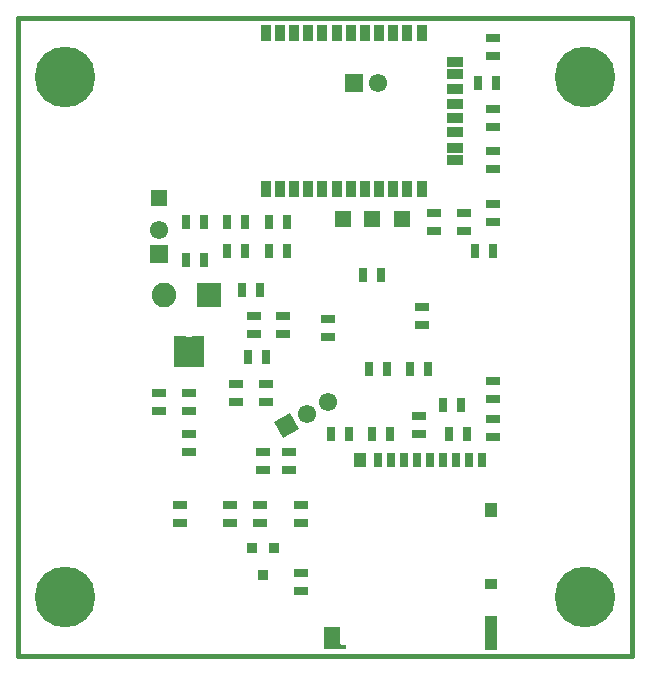
<source format=gbs>
G04 (created by PCBNEW (2013-mar-13)-testing) date Fri 19 Jul 2013 02:37:30 PM PDT*
%MOIN*%
G04 Gerber Fmt 3.4, Leading zero omitted, Abs format*
%FSLAX34Y34*%
G01*
G70*
G90*
G04 APERTURE LIST*
%ADD10C,0.005906*%
%ADD11C,0.015000*%
%ADD12R,0.047000X0.027000*%
%ADD13R,0.027000X0.047000*%
%ADD14R,0.041370X0.041370*%
%ADD15R,0.102362X0.102362*%
%ADD16R,0.029600X0.049200*%
%ADD17R,0.041400X0.049200*%
%ADD18R,0.041400X0.033500*%
%ADD19R,0.041400X0.112200*%
%ADD20R,0.053200X0.076800*%
%ADD21R,0.031500X0.015800*%
%ADD22R,0.032000X0.032000*%
%ADD23R,0.052000X0.052000*%
%ADD24C,0.082000*%
%ADD25R,0.082000X0.082000*%
%ADD26C,0.061055*%
%ADD27R,0.061055X0.061055*%
%ADD28C,0.202000*%
%ADD29R,0.033400X0.053000*%
%ADD30R,0.053000X0.033400*%
G04 APERTURE END LIST*
G54D10*
G54D11*
X87401Y-31102D02*
X87401Y-52362D01*
X66929Y-31102D02*
X87401Y-31102D01*
X66929Y-52362D02*
X66929Y-31102D01*
X87401Y-52362D02*
X66929Y-52362D01*
G54D12*
X76377Y-49601D03*
X76377Y-50201D03*
G54D13*
X72534Y-39173D03*
X73134Y-39173D03*
G54D12*
X82775Y-37298D03*
X82775Y-37898D03*
X75787Y-41638D03*
X75787Y-41038D03*
X75984Y-46166D03*
X75984Y-45566D03*
G54D13*
X75201Y-42421D03*
X74601Y-42421D03*
X82278Y-33267D03*
X82878Y-33267D03*
X82180Y-38877D03*
X82780Y-38877D03*
G54D12*
X71653Y-43597D03*
X71653Y-44197D03*
X74015Y-47937D03*
X74015Y-47337D03*
X72637Y-43597D03*
X72637Y-44197D03*
X81791Y-37593D03*
X81791Y-38193D03*
X80807Y-37593D03*
X80807Y-38193D03*
X82775Y-34748D03*
X82775Y-34148D03*
X82775Y-35526D03*
X82775Y-36126D03*
X80314Y-44985D03*
X80314Y-44385D03*
X77263Y-41737D03*
X77263Y-41137D03*
G54D13*
X79237Y-42814D03*
X78637Y-42814D03*
G54D12*
X80413Y-40743D03*
X80413Y-41343D03*
G54D13*
X78440Y-39665D03*
X79040Y-39665D03*
G54D12*
X72342Y-47937D03*
X72342Y-47337D03*
X75098Y-46166D03*
X75098Y-45566D03*
X76377Y-47937D03*
X76377Y-47337D03*
X75000Y-47337D03*
X75000Y-47937D03*
X74803Y-41638D03*
X74803Y-41038D03*
G54D13*
X75004Y-40157D03*
X74404Y-40157D03*
G54D12*
X72637Y-45575D03*
X72637Y-44975D03*
G54D13*
X73912Y-37893D03*
X74512Y-37893D03*
X75890Y-37893D03*
X75290Y-37893D03*
X75290Y-38877D03*
X75890Y-38877D03*
X73134Y-37893D03*
X72534Y-37893D03*
X73912Y-38877D03*
X74512Y-38877D03*
X81894Y-44980D03*
X81294Y-44980D03*
X81697Y-43996D03*
X81097Y-43996D03*
X80614Y-42814D03*
X80014Y-42814D03*
X78735Y-44980D03*
X79335Y-44980D03*
G54D12*
X74212Y-43902D03*
X74212Y-43302D03*
X75196Y-43302D03*
X75196Y-43902D03*
G54D14*
X72322Y-41909D03*
X72952Y-41909D03*
G54D15*
X72637Y-42224D03*
G54D14*
X72322Y-42539D03*
X72952Y-42539D03*
G54D16*
X78937Y-45826D03*
X79370Y-45826D03*
X79803Y-45826D03*
X80236Y-45826D03*
X80669Y-45826D03*
X81102Y-45826D03*
X81535Y-45826D03*
X81968Y-45826D03*
X82402Y-45826D03*
G54D17*
X78327Y-45826D03*
X82717Y-47519D03*
G54D18*
X82717Y-49960D03*
G54D19*
X82717Y-51593D03*
G54D20*
X77402Y-51771D03*
G54D21*
X77726Y-52076D03*
G54D10*
G36*
X77727Y-52007D02*
X77657Y-52077D01*
X77587Y-52007D01*
X77657Y-51937D01*
X77727Y-52007D01*
X77727Y-52007D01*
G37*
G54D22*
X75098Y-49662D03*
X75473Y-48762D03*
X74723Y-48762D03*
G54D12*
X82775Y-31786D03*
X82775Y-32386D03*
G54D23*
X71653Y-37106D03*
G54D13*
X77957Y-44980D03*
X77357Y-44980D03*
G54D24*
X71789Y-40354D03*
G54D25*
X73289Y-40354D03*
G54D12*
X82775Y-43203D03*
X82775Y-43803D03*
X82775Y-44483D03*
X82775Y-45083D03*
G54D26*
X76574Y-44291D03*
X77256Y-43897D03*
G54D10*
G36*
X75781Y-45102D02*
X75475Y-44573D01*
X76004Y-44268D01*
X76309Y-44796D01*
X75781Y-45102D01*
X75781Y-45102D01*
G37*
G54D27*
X71653Y-38976D03*
G54D26*
X71653Y-38188D03*
G54D27*
X78149Y-33267D03*
G54D26*
X78937Y-33267D03*
G54D23*
X79724Y-37795D03*
X78740Y-37795D03*
X77755Y-37795D03*
G54D28*
X68502Y-33070D03*
X68502Y-50393D03*
X85825Y-50393D03*
X85825Y-33070D03*
G54D29*
X79920Y-31594D03*
X80391Y-31594D03*
X79446Y-31594D03*
X78975Y-31594D03*
X77086Y-31594D03*
X77558Y-31594D03*
X78503Y-31594D03*
X78031Y-31594D03*
X76141Y-31594D03*
X76613Y-31594D03*
X75668Y-31594D03*
X75196Y-31594D03*
X80393Y-36790D03*
X79920Y-36791D03*
X79448Y-36791D03*
X78976Y-36791D03*
X78503Y-36791D03*
X78031Y-36791D03*
X77558Y-36791D03*
X77086Y-36791D03*
X76613Y-36791D03*
X76141Y-36791D03*
X75668Y-36791D03*
X75196Y-36791D03*
G54D30*
X81495Y-32578D03*
X81495Y-32971D03*
X81495Y-33483D03*
X81495Y-33956D03*
X81495Y-34428D03*
X81495Y-34901D03*
X81495Y-35451D03*
X81495Y-35844D03*
M02*

</source>
